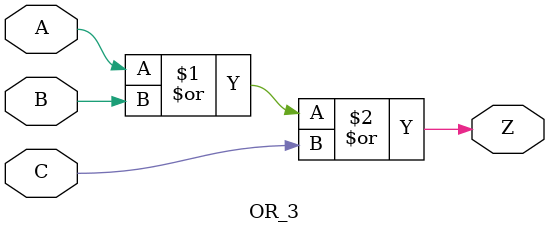
<source format=v>
module OR_3(A,B,C,Z);
	input A,B,C;
	output Z;
	or atleastone(Z,A,B,C);
	endmodule
</source>
